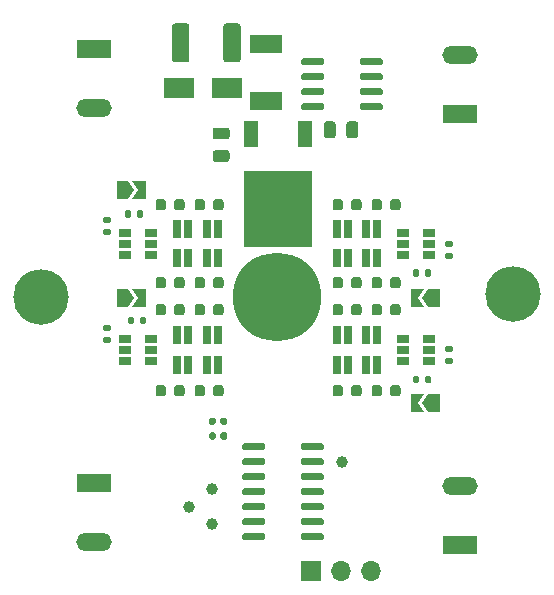
<source format=gts>
G04 #@! TF.GenerationSoftware,KiCad,Pcbnew,(5.1.9)-1*
G04 #@! TF.CreationDate,2021-06-03T13:52:16+02:00*
G04 #@! TF.ProjectId,seriallight,73657269-616c-46c6-9967-68742e6b6963,rev?*
G04 #@! TF.SameCoordinates,Original*
G04 #@! TF.FileFunction,Soldermask,Top*
G04 #@! TF.FilePolarity,Negative*
%FSLAX46Y46*%
G04 Gerber Fmt 4.6, Leading zero omitted, Abs format (unit mm)*
G04 Created by KiCad (PCBNEW (5.1.9)-1) date 2021-06-03 13:52:16*
%MOMM*%
%LPD*%
G01*
G04 APERTURE LIST*
%ADD10R,0.650000X1.600000*%
%ADD11C,7.500000*%
%ADD12R,3.000000X1.500000*%
%ADD13O,3.000000X1.500000*%
%ADD14R,1.700000X1.700000*%
%ADD15O,1.700000X1.700000*%
%ADD16C,4.700000*%
%ADD17R,1.060000X0.650000*%
%ADD18C,1.000000*%
%ADD19C,0.100000*%
%ADD20R,2.500000X1.800000*%
%ADD21R,2.700000X1.500000*%
%ADD22R,1.200000X2.200000*%
%ADD23R,5.800000X6.400000*%
G04 APERTURE END LIST*
D10*
X105975000Y-105750000D03*
X105025000Y-105750000D03*
G36*
G01*
X103960000Y-86327000D02*
X103960000Y-85377000D01*
G75*
G02*
X104210000Y-85127000I250000J0D01*
G01*
X104710000Y-85127000D01*
G75*
G02*
X104960000Y-85377000I0J-250000D01*
G01*
X104960000Y-86327000D01*
G75*
G02*
X104710000Y-86577000I-250000J0D01*
G01*
X104210000Y-86577000D01*
G75*
G02*
X103960000Y-86327000I0J250000D01*
G01*
G37*
G36*
G01*
X105860000Y-86327000D02*
X105860000Y-85377000D01*
G75*
G02*
X106110000Y-85127000I250000J0D01*
G01*
X106610000Y-85127000D01*
G75*
G02*
X106860000Y-85377000I0J-250000D01*
G01*
X106860000Y-86327000D01*
G75*
G02*
X106610000Y-86577000I-250000J0D01*
G01*
X106110000Y-86577000D01*
G75*
G02*
X105860000Y-86327000I0J250000D01*
G01*
G37*
G36*
G01*
X94775000Y-87572000D02*
X95725000Y-87572000D01*
G75*
G02*
X95975000Y-87822000I0J-250000D01*
G01*
X95975000Y-88322000D01*
G75*
G02*
X95725000Y-88572000I-250000J0D01*
G01*
X94775000Y-88572000D01*
G75*
G02*
X94525000Y-88322000I0J250000D01*
G01*
X94525000Y-87822000D01*
G75*
G02*
X94775000Y-87572000I250000J0D01*
G01*
G37*
G36*
G01*
X94775000Y-85672000D02*
X95725000Y-85672000D01*
G75*
G02*
X95975000Y-85922000I0J-250000D01*
G01*
X95975000Y-86422000D01*
G75*
G02*
X95725000Y-86672000I-250000J0D01*
G01*
X94775000Y-86672000D01*
G75*
G02*
X94525000Y-86422000I0J250000D01*
G01*
X94525000Y-85922000D01*
G75*
G02*
X94775000Y-85672000I250000J0D01*
G01*
G37*
G36*
G01*
X96900000Y-77100000D02*
X96900000Y-79900000D01*
G75*
G02*
X96650000Y-80150000I-250000J0D01*
G01*
X95675000Y-80150000D01*
G75*
G02*
X95425000Y-79900000I0J250000D01*
G01*
X95425000Y-77100000D01*
G75*
G02*
X95675000Y-76850000I250000J0D01*
G01*
X96650000Y-76850000D01*
G75*
G02*
X96900000Y-77100000I0J-250000D01*
G01*
G37*
G36*
G01*
X92575000Y-77100000D02*
X92575000Y-79900000D01*
G75*
G02*
X92325000Y-80150000I-250000J0D01*
G01*
X91350000Y-80150000D01*
G75*
G02*
X91100000Y-79900000I0J250000D01*
G01*
X91100000Y-77100000D01*
G75*
G02*
X91350000Y-76850000I250000J0D01*
G01*
X92325000Y-76850000D01*
G75*
G02*
X92575000Y-77100000I0J-250000D01*
G01*
G37*
D11*
X100000000Y-100000000D03*
D12*
X84500000Y-79000000D03*
D13*
X84500000Y-84000000D03*
D14*
X102870000Y-123190000D03*
D15*
X105410000Y-123190000D03*
X107950000Y-123190000D03*
D13*
X115500000Y-79500000D03*
D12*
X115500000Y-84500000D03*
G36*
G01*
X85783000Y-103904000D02*
X85413000Y-103904000D01*
G75*
G02*
X85278000Y-103769000I0J135000D01*
G01*
X85278000Y-103499000D01*
G75*
G02*
X85413000Y-103364000I135000J0D01*
G01*
X85783000Y-103364000D01*
G75*
G02*
X85918000Y-103499000I0J-135000D01*
G01*
X85918000Y-103769000D01*
G75*
G02*
X85783000Y-103904000I-135000J0D01*
G01*
G37*
G36*
G01*
X85783000Y-102884000D02*
X85413000Y-102884000D01*
G75*
G02*
X85278000Y-102749000I0J135000D01*
G01*
X85278000Y-102479000D01*
G75*
G02*
X85413000Y-102344000I135000J0D01*
G01*
X85783000Y-102344000D01*
G75*
G02*
X85918000Y-102479000I0J-135000D01*
G01*
X85918000Y-102749000D01*
G75*
G02*
X85783000Y-102884000I-135000J0D01*
G01*
G37*
G36*
G01*
X114739000Y-104662000D02*
X114369000Y-104662000D01*
G75*
G02*
X114234000Y-104527000I0J135000D01*
G01*
X114234000Y-104257000D01*
G75*
G02*
X114369000Y-104122000I135000J0D01*
G01*
X114739000Y-104122000D01*
G75*
G02*
X114874000Y-104257000I0J-135000D01*
G01*
X114874000Y-104527000D01*
G75*
G02*
X114739000Y-104662000I-135000J0D01*
G01*
G37*
G36*
G01*
X114739000Y-105682000D02*
X114369000Y-105682000D01*
G75*
G02*
X114234000Y-105547000I0J135000D01*
G01*
X114234000Y-105277000D01*
G75*
G02*
X114369000Y-105142000I135000J0D01*
G01*
X114739000Y-105142000D01*
G75*
G02*
X114874000Y-105277000I0J-135000D01*
G01*
X114874000Y-105547000D01*
G75*
G02*
X114739000Y-105682000I-135000J0D01*
G01*
G37*
G36*
G01*
X113048000Y-97815000D02*
X113048000Y-98185000D01*
G75*
G02*
X112913000Y-98320000I-135000J0D01*
G01*
X112643000Y-98320000D01*
G75*
G02*
X112508000Y-98185000I0J135000D01*
G01*
X112508000Y-97815000D01*
G75*
G02*
X112643000Y-97680000I135000J0D01*
G01*
X112913000Y-97680000D01*
G75*
G02*
X113048000Y-97815000I0J-135000D01*
G01*
G37*
G36*
G01*
X112028000Y-97815000D02*
X112028000Y-98185000D01*
G75*
G02*
X111893000Y-98320000I-135000J0D01*
G01*
X111623000Y-98320000D01*
G75*
G02*
X111488000Y-98185000I0J135000D01*
G01*
X111488000Y-97815000D01*
G75*
G02*
X111623000Y-97680000I135000J0D01*
G01*
X111893000Y-97680000D01*
G75*
G02*
X112028000Y-97815000I0J-135000D01*
G01*
G37*
G36*
G01*
X114739000Y-95772000D02*
X114369000Y-95772000D01*
G75*
G02*
X114234000Y-95637000I0J135000D01*
G01*
X114234000Y-95367000D01*
G75*
G02*
X114369000Y-95232000I135000J0D01*
G01*
X114739000Y-95232000D01*
G75*
G02*
X114874000Y-95367000I0J-135000D01*
G01*
X114874000Y-95637000D01*
G75*
G02*
X114739000Y-95772000I-135000J0D01*
G01*
G37*
G36*
G01*
X114739000Y-96792000D02*
X114369000Y-96792000D01*
G75*
G02*
X114234000Y-96657000I0J135000D01*
G01*
X114234000Y-96387000D01*
G75*
G02*
X114369000Y-96252000I135000J0D01*
G01*
X114739000Y-96252000D01*
G75*
G02*
X114874000Y-96387000I0J-135000D01*
G01*
X114874000Y-96657000D01*
G75*
G02*
X114739000Y-96792000I-135000J0D01*
G01*
G37*
G36*
G01*
X85783000Y-94760000D02*
X85413000Y-94760000D01*
G75*
G02*
X85278000Y-94625000I0J135000D01*
G01*
X85278000Y-94355000D01*
G75*
G02*
X85413000Y-94220000I135000J0D01*
G01*
X85783000Y-94220000D01*
G75*
G02*
X85918000Y-94355000I0J-135000D01*
G01*
X85918000Y-94625000D01*
G75*
G02*
X85783000Y-94760000I-135000J0D01*
G01*
G37*
G36*
G01*
X85783000Y-93740000D02*
X85413000Y-93740000D01*
G75*
G02*
X85278000Y-93605000I0J135000D01*
G01*
X85278000Y-93335000D01*
G75*
G02*
X85413000Y-93200000I135000J0D01*
G01*
X85783000Y-93200000D01*
G75*
G02*
X85918000Y-93335000I0J-135000D01*
G01*
X85918000Y-93605000D01*
G75*
G02*
X85783000Y-93740000I-135000J0D01*
G01*
G37*
G36*
G01*
X97050000Y-112840000D02*
X97050000Y-112540000D01*
G75*
G02*
X97200000Y-112390000I150000J0D01*
G01*
X98850000Y-112390000D01*
G75*
G02*
X99000000Y-112540000I0J-150000D01*
G01*
X99000000Y-112840000D01*
G75*
G02*
X98850000Y-112990000I-150000J0D01*
G01*
X97200000Y-112990000D01*
G75*
G02*
X97050000Y-112840000I0J150000D01*
G01*
G37*
G36*
G01*
X97050000Y-114110000D02*
X97050000Y-113810000D01*
G75*
G02*
X97200000Y-113660000I150000J0D01*
G01*
X98850000Y-113660000D01*
G75*
G02*
X99000000Y-113810000I0J-150000D01*
G01*
X99000000Y-114110000D01*
G75*
G02*
X98850000Y-114260000I-150000J0D01*
G01*
X97200000Y-114260000D01*
G75*
G02*
X97050000Y-114110000I0J150000D01*
G01*
G37*
G36*
G01*
X97050000Y-115380000D02*
X97050000Y-115080000D01*
G75*
G02*
X97200000Y-114930000I150000J0D01*
G01*
X98850000Y-114930000D01*
G75*
G02*
X99000000Y-115080000I0J-150000D01*
G01*
X99000000Y-115380000D01*
G75*
G02*
X98850000Y-115530000I-150000J0D01*
G01*
X97200000Y-115530000D01*
G75*
G02*
X97050000Y-115380000I0J150000D01*
G01*
G37*
G36*
G01*
X97050000Y-116650000D02*
X97050000Y-116350000D01*
G75*
G02*
X97200000Y-116200000I150000J0D01*
G01*
X98850000Y-116200000D01*
G75*
G02*
X99000000Y-116350000I0J-150000D01*
G01*
X99000000Y-116650000D01*
G75*
G02*
X98850000Y-116800000I-150000J0D01*
G01*
X97200000Y-116800000D01*
G75*
G02*
X97050000Y-116650000I0J150000D01*
G01*
G37*
G36*
G01*
X97050000Y-117920000D02*
X97050000Y-117620000D01*
G75*
G02*
X97200000Y-117470000I150000J0D01*
G01*
X98850000Y-117470000D01*
G75*
G02*
X99000000Y-117620000I0J-150000D01*
G01*
X99000000Y-117920000D01*
G75*
G02*
X98850000Y-118070000I-150000J0D01*
G01*
X97200000Y-118070000D01*
G75*
G02*
X97050000Y-117920000I0J150000D01*
G01*
G37*
G36*
G01*
X97050000Y-119190000D02*
X97050000Y-118890000D01*
G75*
G02*
X97200000Y-118740000I150000J0D01*
G01*
X98850000Y-118740000D01*
G75*
G02*
X99000000Y-118890000I0J-150000D01*
G01*
X99000000Y-119190000D01*
G75*
G02*
X98850000Y-119340000I-150000J0D01*
G01*
X97200000Y-119340000D01*
G75*
G02*
X97050000Y-119190000I0J150000D01*
G01*
G37*
G36*
G01*
X97050000Y-120460000D02*
X97050000Y-120160000D01*
G75*
G02*
X97200000Y-120010000I150000J0D01*
G01*
X98850000Y-120010000D01*
G75*
G02*
X99000000Y-120160000I0J-150000D01*
G01*
X99000000Y-120460000D01*
G75*
G02*
X98850000Y-120610000I-150000J0D01*
G01*
X97200000Y-120610000D01*
G75*
G02*
X97050000Y-120460000I0J150000D01*
G01*
G37*
G36*
G01*
X102000000Y-120460000D02*
X102000000Y-120160000D01*
G75*
G02*
X102150000Y-120010000I150000J0D01*
G01*
X103800000Y-120010000D01*
G75*
G02*
X103950000Y-120160000I0J-150000D01*
G01*
X103950000Y-120460000D01*
G75*
G02*
X103800000Y-120610000I-150000J0D01*
G01*
X102150000Y-120610000D01*
G75*
G02*
X102000000Y-120460000I0J150000D01*
G01*
G37*
G36*
G01*
X102000000Y-119190000D02*
X102000000Y-118890000D01*
G75*
G02*
X102150000Y-118740000I150000J0D01*
G01*
X103800000Y-118740000D01*
G75*
G02*
X103950000Y-118890000I0J-150000D01*
G01*
X103950000Y-119190000D01*
G75*
G02*
X103800000Y-119340000I-150000J0D01*
G01*
X102150000Y-119340000D01*
G75*
G02*
X102000000Y-119190000I0J150000D01*
G01*
G37*
G36*
G01*
X102000000Y-117920000D02*
X102000000Y-117620000D01*
G75*
G02*
X102150000Y-117470000I150000J0D01*
G01*
X103800000Y-117470000D01*
G75*
G02*
X103950000Y-117620000I0J-150000D01*
G01*
X103950000Y-117920000D01*
G75*
G02*
X103800000Y-118070000I-150000J0D01*
G01*
X102150000Y-118070000D01*
G75*
G02*
X102000000Y-117920000I0J150000D01*
G01*
G37*
G36*
G01*
X102000000Y-116650000D02*
X102000000Y-116350000D01*
G75*
G02*
X102150000Y-116200000I150000J0D01*
G01*
X103800000Y-116200000D01*
G75*
G02*
X103950000Y-116350000I0J-150000D01*
G01*
X103950000Y-116650000D01*
G75*
G02*
X103800000Y-116800000I-150000J0D01*
G01*
X102150000Y-116800000D01*
G75*
G02*
X102000000Y-116650000I0J150000D01*
G01*
G37*
G36*
G01*
X102000000Y-115380000D02*
X102000000Y-115080000D01*
G75*
G02*
X102150000Y-114930000I150000J0D01*
G01*
X103800000Y-114930000D01*
G75*
G02*
X103950000Y-115080000I0J-150000D01*
G01*
X103950000Y-115380000D01*
G75*
G02*
X103800000Y-115530000I-150000J0D01*
G01*
X102150000Y-115530000D01*
G75*
G02*
X102000000Y-115380000I0J150000D01*
G01*
G37*
G36*
G01*
X102000000Y-114110000D02*
X102000000Y-113810000D01*
G75*
G02*
X102150000Y-113660000I150000J0D01*
G01*
X103800000Y-113660000D01*
G75*
G02*
X103950000Y-113810000I0J-150000D01*
G01*
X103950000Y-114110000D01*
G75*
G02*
X103800000Y-114260000I-150000J0D01*
G01*
X102150000Y-114260000D01*
G75*
G02*
X102000000Y-114110000I0J150000D01*
G01*
G37*
G36*
G01*
X102000000Y-112840000D02*
X102000000Y-112540000D01*
G75*
G02*
X102150000Y-112390000I150000J0D01*
G01*
X103800000Y-112390000D01*
G75*
G02*
X103950000Y-112540000I0J-150000D01*
G01*
X103950000Y-112840000D01*
G75*
G02*
X103800000Y-112990000I-150000J0D01*
G01*
X102150000Y-112990000D01*
G75*
G02*
X102000000Y-112840000I0J150000D01*
G01*
G37*
G36*
G01*
X102050000Y-80245000D02*
X102050000Y-79945000D01*
G75*
G02*
X102200000Y-79795000I150000J0D01*
G01*
X103850000Y-79795000D01*
G75*
G02*
X104000000Y-79945000I0J-150000D01*
G01*
X104000000Y-80245000D01*
G75*
G02*
X103850000Y-80395000I-150000J0D01*
G01*
X102200000Y-80395000D01*
G75*
G02*
X102050000Y-80245000I0J150000D01*
G01*
G37*
G36*
G01*
X102050000Y-81515000D02*
X102050000Y-81215000D01*
G75*
G02*
X102200000Y-81065000I150000J0D01*
G01*
X103850000Y-81065000D01*
G75*
G02*
X104000000Y-81215000I0J-150000D01*
G01*
X104000000Y-81515000D01*
G75*
G02*
X103850000Y-81665000I-150000J0D01*
G01*
X102200000Y-81665000D01*
G75*
G02*
X102050000Y-81515000I0J150000D01*
G01*
G37*
G36*
G01*
X102050000Y-82785000D02*
X102050000Y-82485000D01*
G75*
G02*
X102200000Y-82335000I150000J0D01*
G01*
X103850000Y-82335000D01*
G75*
G02*
X104000000Y-82485000I0J-150000D01*
G01*
X104000000Y-82785000D01*
G75*
G02*
X103850000Y-82935000I-150000J0D01*
G01*
X102200000Y-82935000D01*
G75*
G02*
X102050000Y-82785000I0J150000D01*
G01*
G37*
G36*
G01*
X102050000Y-84055000D02*
X102050000Y-83755000D01*
G75*
G02*
X102200000Y-83605000I150000J0D01*
G01*
X103850000Y-83605000D01*
G75*
G02*
X104000000Y-83755000I0J-150000D01*
G01*
X104000000Y-84055000D01*
G75*
G02*
X103850000Y-84205000I-150000J0D01*
G01*
X102200000Y-84205000D01*
G75*
G02*
X102050000Y-84055000I0J150000D01*
G01*
G37*
G36*
G01*
X107000000Y-84055000D02*
X107000000Y-83755000D01*
G75*
G02*
X107150000Y-83605000I150000J0D01*
G01*
X108800000Y-83605000D01*
G75*
G02*
X108950000Y-83755000I0J-150000D01*
G01*
X108950000Y-84055000D01*
G75*
G02*
X108800000Y-84205000I-150000J0D01*
G01*
X107150000Y-84205000D01*
G75*
G02*
X107000000Y-84055000I0J150000D01*
G01*
G37*
G36*
G01*
X107000000Y-82785000D02*
X107000000Y-82485000D01*
G75*
G02*
X107150000Y-82335000I150000J0D01*
G01*
X108800000Y-82335000D01*
G75*
G02*
X108950000Y-82485000I0J-150000D01*
G01*
X108950000Y-82785000D01*
G75*
G02*
X108800000Y-82935000I-150000J0D01*
G01*
X107150000Y-82935000D01*
G75*
G02*
X107000000Y-82785000I0J150000D01*
G01*
G37*
G36*
G01*
X107000000Y-81515000D02*
X107000000Y-81215000D01*
G75*
G02*
X107150000Y-81065000I150000J0D01*
G01*
X108800000Y-81065000D01*
G75*
G02*
X108950000Y-81215000I0J-150000D01*
G01*
X108950000Y-81515000D01*
G75*
G02*
X108800000Y-81665000I-150000J0D01*
G01*
X107150000Y-81665000D01*
G75*
G02*
X107000000Y-81515000I0J150000D01*
G01*
G37*
G36*
G01*
X107000000Y-80245000D02*
X107000000Y-79945000D01*
G75*
G02*
X107150000Y-79795000I150000J0D01*
G01*
X108800000Y-79795000D01*
G75*
G02*
X108950000Y-79945000I0J-150000D01*
G01*
X108950000Y-80245000D01*
G75*
G02*
X108800000Y-80395000I-150000J0D01*
G01*
X107150000Y-80395000D01*
G75*
G02*
X107000000Y-80245000I0J150000D01*
G01*
G37*
D16*
X80000000Y-100000000D03*
X120000000Y-99750000D03*
D10*
X92475000Y-105750000D03*
X91525000Y-105750000D03*
X107525000Y-103250000D03*
X108475000Y-103250000D03*
X94025000Y-105750000D03*
X94975000Y-105750000D03*
X105975000Y-103250000D03*
X105025000Y-103250000D03*
X94025000Y-103250000D03*
X94975000Y-103250000D03*
X92475000Y-103250000D03*
X91525000Y-103250000D03*
X107525000Y-105750000D03*
X108475000Y-105750000D03*
X108475000Y-94250000D03*
X107525000Y-94250000D03*
X92475000Y-96750000D03*
X91525000Y-96750000D03*
X105025000Y-94250000D03*
X105975000Y-94250000D03*
X94975000Y-96750000D03*
X94025000Y-96750000D03*
X105025000Y-96750000D03*
X105975000Y-96750000D03*
X94975000Y-94250000D03*
X94025000Y-94250000D03*
X107525000Y-96750000D03*
X108475000Y-96750000D03*
X91525000Y-94250000D03*
X92475000Y-94250000D03*
G36*
G01*
X88378000Y-102185000D02*
X88378000Y-101815000D01*
G75*
G02*
X88513000Y-101680000I135000J0D01*
G01*
X88783000Y-101680000D01*
G75*
G02*
X88918000Y-101815000I0J-135000D01*
G01*
X88918000Y-102185000D01*
G75*
G02*
X88783000Y-102320000I-135000J0D01*
G01*
X88513000Y-102320000D01*
G75*
G02*
X88378000Y-102185000I0J135000D01*
G01*
G37*
G36*
G01*
X87358000Y-102185000D02*
X87358000Y-101815000D01*
G75*
G02*
X87493000Y-101680000I135000J0D01*
G01*
X87763000Y-101680000D01*
G75*
G02*
X87898000Y-101815000I0J-135000D01*
G01*
X87898000Y-102185000D01*
G75*
G02*
X87763000Y-102320000I-135000J0D01*
G01*
X87493000Y-102320000D01*
G75*
G02*
X87358000Y-102185000I0J135000D01*
G01*
G37*
G36*
G01*
X113048000Y-106815000D02*
X113048000Y-107185000D01*
G75*
G02*
X112913000Y-107320000I-135000J0D01*
G01*
X112643000Y-107320000D01*
G75*
G02*
X112508000Y-107185000I0J135000D01*
G01*
X112508000Y-106815000D01*
G75*
G02*
X112643000Y-106680000I135000J0D01*
G01*
X112913000Y-106680000D01*
G75*
G02*
X113048000Y-106815000I0J-135000D01*
G01*
G37*
G36*
G01*
X112028000Y-106815000D02*
X112028000Y-107185000D01*
G75*
G02*
X111893000Y-107320000I-135000J0D01*
G01*
X111623000Y-107320000D01*
G75*
G02*
X111488000Y-107185000I0J135000D01*
G01*
X111488000Y-106815000D01*
G75*
G02*
X111623000Y-106680000I135000J0D01*
G01*
X111893000Y-106680000D01*
G75*
G02*
X112028000Y-106815000I0J-135000D01*
G01*
G37*
G36*
G01*
X87106000Y-93149000D02*
X87106000Y-92779000D01*
G75*
G02*
X87241000Y-92644000I135000J0D01*
G01*
X87511000Y-92644000D01*
G75*
G02*
X87646000Y-92779000I0J-135000D01*
G01*
X87646000Y-93149000D01*
G75*
G02*
X87511000Y-93284000I-135000J0D01*
G01*
X87241000Y-93284000D01*
G75*
G02*
X87106000Y-93149000I0J135000D01*
G01*
G37*
G36*
G01*
X88126000Y-93149000D02*
X88126000Y-92779000D01*
G75*
G02*
X88261000Y-92644000I135000J0D01*
G01*
X88531000Y-92644000D01*
G75*
G02*
X88666000Y-92779000I0J-135000D01*
G01*
X88666000Y-93149000D01*
G75*
G02*
X88531000Y-93284000I-135000J0D01*
G01*
X88261000Y-93284000D01*
G75*
G02*
X88126000Y-93149000I0J135000D01*
G01*
G37*
D17*
X87150000Y-103550000D03*
X87150000Y-104500000D03*
X87150000Y-105450000D03*
X89350000Y-105450000D03*
X89350000Y-103550000D03*
X89350000Y-104500000D03*
X110650000Y-104500000D03*
X110650000Y-105450000D03*
X110650000Y-103550000D03*
X112850000Y-103550000D03*
X112850000Y-104500000D03*
X112850000Y-105450000D03*
X110650000Y-95500000D03*
X110650000Y-96450000D03*
X110650000Y-94550000D03*
X112850000Y-94550000D03*
X112850000Y-95500000D03*
X112850000Y-96450000D03*
X87150000Y-94550000D03*
X87150000Y-95500000D03*
X87150000Y-96450000D03*
X89350000Y-96450000D03*
X89350000Y-94550000D03*
X89350000Y-95500000D03*
D18*
X94500000Y-119250000D03*
X105500000Y-114000000D03*
X94500000Y-116250000D03*
X92500000Y-117750000D03*
G36*
G01*
X94800000Y-110354000D02*
X94800000Y-110694000D01*
G75*
G02*
X94660000Y-110834000I-140000J0D01*
G01*
X94380000Y-110834000D01*
G75*
G02*
X94240000Y-110694000I0J140000D01*
G01*
X94240000Y-110354000D01*
G75*
G02*
X94380000Y-110214000I140000J0D01*
G01*
X94660000Y-110214000D01*
G75*
G02*
X94800000Y-110354000I0J-140000D01*
G01*
G37*
G36*
G01*
X95760000Y-110354000D02*
X95760000Y-110694000D01*
G75*
G02*
X95620000Y-110834000I-140000J0D01*
G01*
X95340000Y-110834000D01*
G75*
G02*
X95200000Y-110694000I0J140000D01*
G01*
X95200000Y-110354000D01*
G75*
G02*
X95340000Y-110214000I140000J0D01*
G01*
X95620000Y-110214000D01*
G75*
G02*
X95760000Y-110354000I0J-140000D01*
G01*
G37*
G36*
G01*
X95760000Y-111604000D02*
X95760000Y-111944000D01*
G75*
G02*
X95620000Y-112084000I-140000J0D01*
G01*
X95340000Y-112084000D01*
G75*
G02*
X95200000Y-111944000I0J140000D01*
G01*
X95200000Y-111604000D01*
G75*
G02*
X95340000Y-111464000I140000J0D01*
G01*
X95620000Y-111464000D01*
G75*
G02*
X95760000Y-111604000I0J-140000D01*
G01*
G37*
G36*
G01*
X94800000Y-111604000D02*
X94800000Y-111944000D01*
G75*
G02*
X94660000Y-112084000I-140000J0D01*
G01*
X94380000Y-112084000D01*
G75*
G02*
X94240000Y-111944000I0J140000D01*
G01*
X94240000Y-111604000D01*
G75*
G02*
X94380000Y-111464000I140000J0D01*
G01*
X94660000Y-111464000D01*
G75*
G02*
X94800000Y-111604000I0J-140000D01*
G01*
G37*
D13*
X84500000Y-120750000D03*
D12*
X84500000Y-115750000D03*
X115500000Y-121000000D03*
D13*
X115500000Y-116000000D03*
G36*
G01*
X90582000Y-107693750D02*
X90582000Y-108206250D01*
G75*
G02*
X90363250Y-108425000I-218750J0D01*
G01*
X89925750Y-108425000D01*
G75*
G02*
X89707000Y-108206250I0J218750D01*
G01*
X89707000Y-107693750D01*
G75*
G02*
X89925750Y-107475000I218750J0D01*
G01*
X90363250Y-107475000D01*
G75*
G02*
X90582000Y-107693750I0J-218750D01*
G01*
G37*
G36*
G01*
X92157000Y-107693750D02*
X92157000Y-108206250D01*
G75*
G02*
X91938250Y-108425000I-218750J0D01*
G01*
X91500750Y-108425000D01*
G75*
G02*
X91282000Y-108206250I0J218750D01*
G01*
X91282000Y-107693750D01*
G75*
G02*
X91500750Y-107475000I218750J0D01*
G01*
X91938250Y-107475000D01*
G75*
G02*
X92157000Y-107693750I0J-218750D01*
G01*
G37*
G36*
G01*
X107995000Y-101348250D02*
X107995000Y-100835750D01*
G75*
G02*
X108213750Y-100617000I218750J0D01*
G01*
X108651250Y-100617000D01*
G75*
G02*
X108870000Y-100835750I0J-218750D01*
G01*
X108870000Y-101348250D01*
G75*
G02*
X108651250Y-101567000I-218750J0D01*
G01*
X108213750Y-101567000D01*
G75*
G02*
X107995000Y-101348250I0J218750D01*
G01*
G37*
G36*
G01*
X109570000Y-101348250D02*
X109570000Y-100835750D01*
G75*
G02*
X109788750Y-100617000I218750J0D01*
G01*
X110226250Y-100617000D01*
G75*
G02*
X110445000Y-100835750I0J-218750D01*
G01*
X110445000Y-101348250D01*
G75*
G02*
X110226250Y-101567000I-218750J0D01*
G01*
X109788750Y-101567000D01*
G75*
G02*
X109570000Y-101348250I0J218750D01*
G01*
G37*
G36*
G01*
X95459000Y-107693750D02*
X95459000Y-108206250D01*
G75*
G02*
X95240250Y-108425000I-218750J0D01*
G01*
X94802750Y-108425000D01*
G75*
G02*
X94584000Y-108206250I0J218750D01*
G01*
X94584000Y-107693750D01*
G75*
G02*
X94802750Y-107475000I218750J0D01*
G01*
X95240250Y-107475000D01*
G75*
G02*
X95459000Y-107693750I0J-218750D01*
G01*
G37*
G36*
G01*
X93884000Y-107693750D02*
X93884000Y-108206250D01*
G75*
G02*
X93665250Y-108425000I-218750J0D01*
G01*
X93227750Y-108425000D01*
G75*
G02*
X93009000Y-108206250I0J218750D01*
G01*
X93009000Y-107693750D01*
G75*
G02*
X93227750Y-107475000I218750J0D01*
G01*
X93665250Y-107475000D01*
G75*
G02*
X93884000Y-107693750I0J-218750D01*
G01*
G37*
G36*
G01*
X106268000Y-101348250D02*
X106268000Y-100835750D01*
G75*
G02*
X106486750Y-100617000I218750J0D01*
G01*
X106924250Y-100617000D01*
G75*
G02*
X107143000Y-100835750I0J-218750D01*
G01*
X107143000Y-101348250D01*
G75*
G02*
X106924250Y-101567000I-218750J0D01*
G01*
X106486750Y-101567000D01*
G75*
G02*
X106268000Y-101348250I0J218750D01*
G01*
G37*
G36*
G01*
X104693000Y-101348250D02*
X104693000Y-100835750D01*
G75*
G02*
X104911750Y-100617000I218750J0D01*
G01*
X105349250Y-100617000D01*
G75*
G02*
X105568000Y-100835750I0J-218750D01*
G01*
X105568000Y-101348250D01*
G75*
G02*
X105349250Y-101567000I-218750J0D01*
G01*
X104911750Y-101567000D01*
G75*
G02*
X104693000Y-101348250I0J218750D01*
G01*
G37*
G36*
G01*
X94584000Y-101348250D02*
X94584000Y-100835750D01*
G75*
G02*
X94802750Y-100617000I218750J0D01*
G01*
X95240250Y-100617000D01*
G75*
G02*
X95459000Y-100835750I0J-218750D01*
G01*
X95459000Y-101348250D01*
G75*
G02*
X95240250Y-101567000I-218750J0D01*
G01*
X94802750Y-101567000D01*
G75*
G02*
X94584000Y-101348250I0J218750D01*
G01*
G37*
G36*
G01*
X93009000Y-101348250D02*
X93009000Y-100835750D01*
G75*
G02*
X93227750Y-100617000I218750J0D01*
G01*
X93665250Y-100617000D01*
G75*
G02*
X93884000Y-100835750I0J-218750D01*
G01*
X93884000Y-101348250D01*
G75*
G02*
X93665250Y-101567000I-218750J0D01*
G01*
X93227750Y-101567000D01*
G75*
G02*
X93009000Y-101348250I0J218750D01*
G01*
G37*
G36*
G01*
X105568000Y-107693750D02*
X105568000Y-108206250D01*
G75*
G02*
X105349250Y-108425000I-218750J0D01*
G01*
X104911750Y-108425000D01*
G75*
G02*
X104693000Y-108206250I0J218750D01*
G01*
X104693000Y-107693750D01*
G75*
G02*
X104911750Y-107475000I218750J0D01*
G01*
X105349250Y-107475000D01*
G75*
G02*
X105568000Y-107693750I0J-218750D01*
G01*
G37*
G36*
G01*
X107143000Y-107693750D02*
X107143000Y-108206250D01*
G75*
G02*
X106924250Y-108425000I-218750J0D01*
G01*
X106486750Y-108425000D01*
G75*
G02*
X106268000Y-108206250I0J218750D01*
G01*
X106268000Y-107693750D01*
G75*
G02*
X106486750Y-107475000I218750J0D01*
G01*
X106924250Y-107475000D01*
G75*
G02*
X107143000Y-107693750I0J-218750D01*
G01*
G37*
G36*
G01*
X89707000Y-101348250D02*
X89707000Y-100835750D01*
G75*
G02*
X89925750Y-100617000I218750J0D01*
G01*
X90363250Y-100617000D01*
G75*
G02*
X90582000Y-100835750I0J-218750D01*
G01*
X90582000Y-101348250D01*
G75*
G02*
X90363250Y-101567000I-218750J0D01*
G01*
X89925750Y-101567000D01*
G75*
G02*
X89707000Y-101348250I0J218750D01*
G01*
G37*
G36*
G01*
X91282000Y-101348250D02*
X91282000Y-100835750D01*
G75*
G02*
X91500750Y-100617000I218750J0D01*
G01*
X91938250Y-100617000D01*
G75*
G02*
X92157000Y-100835750I0J-218750D01*
G01*
X92157000Y-101348250D01*
G75*
G02*
X91938250Y-101567000I-218750J0D01*
G01*
X91500750Y-101567000D01*
G75*
G02*
X91282000Y-101348250I0J218750D01*
G01*
G37*
G36*
G01*
X110445000Y-107693750D02*
X110445000Y-108206250D01*
G75*
G02*
X110226250Y-108425000I-218750J0D01*
G01*
X109788750Y-108425000D01*
G75*
G02*
X109570000Y-108206250I0J218750D01*
G01*
X109570000Y-107693750D01*
G75*
G02*
X109788750Y-107475000I218750J0D01*
G01*
X110226250Y-107475000D01*
G75*
G02*
X110445000Y-107693750I0J-218750D01*
G01*
G37*
G36*
G01*
X108870000Y-107693750D02*
X108870000Y-108206250D01*
G75*
G02*
X108651250Y-108425000I-218750J0D01*
G01*
X108213750Y-108425000D01*
G75*
G02*
X107995000Y-108206250I0J218750D01*
G01*
X107995000Y-107693750D01*
G75*
G02*
X108213750Y-107475000I218750J0D01*
G01*
X108651250Y-107475000D01*
G75*
G02*
X108870000Y-107693750I0J-218750D01*
G01*
G37*
G36*
G01*
X107995000Y-92458250D02*
X107995000Y-91945750D01*
G75*
G02*
X108213750Y-91727000I218750J0D01*
G01*
X108651250Y-91727000D01*
G75*
G02*
X108870000Y-91945750I0J-218750D01*
G01*
X108870000Y-92458250D01*
G75*
G02*
X108651250Y-92677000I-218750J0D01*
G01*
X108213750Y-92677000D01*
G75*
G02*
X107995000Y-92458250I0J218750D01*
G01*
G37*
G36*
G01*
X109570000Y-92458250D02*
X109570000Y-91945750D01*
G75*
G02*
X109788750Y-91727000I218750J0D01*
G01*
X110226250Y-91727000D01*
G75*
G02*
X110445000Y-91945750I0J-218750D01*
G01*
X110445000Y-92458250D01*
G75*
G02*
X110226250Y-92677000I-218750J0D01*
G01*
X109788750Y-92677000D01*
G75*
G02*
X109570000Y-92458250I0J218750D01*
G01*
G37*
G36*
G01*
X90582000Y-98549750D02*
X90582000Y-99062250D01*
G75*
G02*
X90363250Y-99281000I-218750J0D01*
G01*
X89925750Y-99281000D01*
G75*
G02*
X89707000Y-99062250I0J218750D01*
G01*
X89707000Y-98549750D01*
G75*
G02*
X89925750Y-98331000I218750J0D01*
G01*
X90363250Y-98331000D01*
G75*
G02*
X90582000Y-98549750I0J-218750D01*
G01*
G37*
G36*
G01*
X92157000Y-98549750D02*
X92157000Y-99062250D01*
G75*
G02*
X91938250Y-99281000I-218750J0D01*
G01*
X91500750Y-99281000D01*
G75*
G02*
X91282000Y-99062250I0J218750D01*
G01*
X91282000Y-98549750D01*
G75*
G02*
X91500750Y-98331000I218750J0D01*
G01*
X91938250Y-98331000D01*
G75*
G02*
X92157000Y-98549750I0J-218750D01*
G01*
G37*
G36*
G01*
X106268000Y-92458250D02*
X106268000Y-91945750D01*
G75*
G02*
X106486750Y-91727000I218750J0D01*
G01*
X106924250Y-91727000D01*
G75*
G02*
X107143000Y-91945750I0J-218750D01*
G01*
X107143000Y-92458250D01*
G75*
G02*
X106924250Y-92677000I-218750J0D01*
G01*
X106486750Y-92677000D01*
G75*
G02*
X106268000Y-92458250I0J218750D01*
G01*
G37*
G36*
G01*
X104693000Y-92458250D02*
X104693000Y-91945750D01*
G75*
G02*
X104911750Y-91727000I218750J0D01*
G01*
X105349250Y-91727000D01*
G75*
G02*
X105568000Y-91945750I0J-218750D01*
G01*
X105568000Y-92458250D01*
G75*
G02*
X105349250Y-92677000I-218750J0D01*
G01*
X104911750Y-92677000D01*
G75*
G02*
X104693000Y-92458250I0J218750D01*
G01*
G37*
G36*
G01*
X95459000Y-98549750D02*
X95459000Y-99062250D01*
G75*
G02*
X95240250Y-99281000I-218750J0D01*
G01*
X94802750Y-99281000D01*
G75*
G02*
X94584000Y-99062250I0J218750D01*
G01*
X94584000Y-98549750D01*
G75*
G02*
X94802750Y-98331000I218750J0D01*
G01*
X95240250Y-98331000D01*
G75*
G02*
X95459000Y-98549750I0J-218750D01*
G01*
G37*
G36*
G01*
X93884000Y-98549750D02*
X93884000Y-99062250D01*
G75*
G02*
X93665250Y-99281000I-218750J0D01*
G01*
X93227750Y-99281000D01*
G75*
G02*
X93009000Y-99062250I0J218750D01*
G01*
X93009000Y-98549750D01*
G75*
G02*
X93227750Y-98331000I218750J0D01*
G01*
X93665250Y-98331000D01*
G75*
G02*
X93884000Y-98549750I0J-218750D01*
G01*
G37*
G36*
G01*
X107143000Y-98549750D02*
X107143000Y-99062250D01*
G75*
G02*
X106924250Y-99281000I-218750J0D01*
G01*
X106486750Y-99281000D01*
G75*
G02*
X106268000Y-99062250I0J218750D01*
G01*
X106268000Y-98549750D01*
G75*
G02*
X106486750Y-98331000I218750J0D01*
G01*
X106924250Y-98331000D01*
G75*
G02*
X107143000Y-98549750I0J-218750D01*
G01*
G37*
G36*
G01*
X105568000Y-98549750D02*
X105568000Y-99062250D01*
G75*
G02*
X105349250Y-99281000I-218750J0D01*
G01*
X104911750Y-99281000D01*
G75*
G02*
X104693000Y-99062250I0J218750D01*
G01*
X104693000Y-98549750D01*
G75*
G02*
X104911750Y-98331000I218750J0D01*
G01*
X105349250Y-98331000D01*
G75*
G02*
X105568000Y-98549750I0J-218750D01*
G01*
G37*
G36*
G01*
X94584000Y-92458250D02*
X94584000Y-91945750D01*
G75*
G02*
X94802750Y-91727000I218750J0D01*
G01*
X95240250Y-91727000D01*
G75*
G02*
X95459000Y-91945750I0J-218750D01*
G01*
X95459000Y-92458250D01*
G75*
G02*
X95240250Y-92677000I-218750J0D01*
G01*
X94802750Y-92677000D01*
G75*
G02*
X94584000Y-92458250I0J218750D01*
G01*
G37*
G36*
G01*
X93009000Y-92458250D02*
X93009000Y-91945750D01*
G75*
G02*
X93227750Y-91727000I218750J0D01*
G01*
X93665250Y-91727000D01*
G75*
G02*
X93884000Y-91945750I0J-218750D01*
G01*
X93884000Y-92458250D01*
G75*
G02*
X93665250Y-92677000I-218750J0D01*
G01*
X93227750Y-92677000D01*
G75*
G02*
X93009000Y-92458250I0J218750D01*
G01*
G37*
G36*
G01*
X108870000Y-98549750D02*
X108870000Y-99062250D01*
G75*
G02*
X108651250Y-99281000I-218750J0D01*
G01*
X108213750Y-99281000D01*
G75*
G02*
X107995000Y-99062250I0J218750D01*
G01*
X107995000Y-98549750D01*
G75*
G02*
X108213750Y-98331000I218750J0D01*
G01*
X108651250Y-98331000D01*
G75*
G02*
X108870000Y-98549750I0J-218750D01*
G01*
G37*
G36*
G01*
X110445000Y-98549750D02*
X110445000Y-99062250D01*
G75*
G02*
X110226250Y-99281000I-218750J0D01*
G01*
X109788750Y-99281000D01*
G75*
G02*
X109570000Y-99062250I0J218750D01*
G01*
X109570000Y-98549750D01*
G75*
G02*
X109788750Y-98331000I218750J0D01*
G01*
X110226250Y-98331000D01*
G75*
G02*
X110445000Y-98549750I0J-218750D01*
G01*
G37*
G36*
G01*
X89707000Y-92458250D02*
X89707000Y-91945750D01*
G75*
G02*
X89925750Y-91727000I218750J0D01*
G01*
X90363250Y-91727000D01*
G75*
G02*
X90582000Y-91945750I0J-218750D01*
G01*
X90582000Y-92458250D01*
G75*
G02*
X90363250Y-92677000I-218750J0D01*
G01*
X89925750Y-92677000D01*
G75*
G02*
X89707000Y-92458250I0J218750D01*
G01*
G37*
G36*
G01*
X91282000Y-92458250D02*
X91282000Y-91945750D01*
G75*
G02*
X91500750Y-91727000I218750J0D01*
G01*
X91938250Y-91727000D01*
G75*
G02*
X92157000Y-91945750I0J-218750D01*
G01*
X92157000Y-92458250D01*
G75*
G02*
X91938250Y-92677000I-218750J0D01*
G01*
X91500750Y-92677000D01*
G75*
G02*
X91282000Y-92458250I0J218750D01*
G01*
G37*
D19*
G36*
X88855000Y-100826000D02*
G01*
X87705000Y-100826000D01*
X88205000Y-100076000D01*
X87705000Y-99326000D01*
X88855000Y-99326000D01*
X88855000Y-100826000D01*
G37*
G36*
X87905000Y-100076000D02*
G01*
X87405000Y-100826000D01*
X86405000Y-100826000D01*
X86405000Y-99326000D01*
X87405000Y-99326000D01*
X87905000Y-100076000D01*
G37*
G36*
X111297000Y-108216000D02*
G01*
X112447000Y-108216000D01*
X111947000Y-108966000D01*
X112447000Y-109716000D01*
X111297000Y-109716000D01*
X111297000Y-108216000D01*
G37*
G36*
X112247000Y-108966000D02*
G01*
X112747000Y-108216000D01*
X113747000Y-108216000D01*
X113747000Y-109716000D01*
X112747000Y-109716000D01*
X112247000Y-108966000D01*
G37*
G36*
X112247000Y-100076000D02*
G01*
X112747000Y-99326000D01*
X113747000Y-99326000D01*
X113747000Y-100826000D01*
X112747000Y-100826000D01*
X112247000Y-100076000D01*
G37*
G36*
X111297000Y-99326000D02*
G01*
X112447000Y-99326000D01*
X111947000Y-100076000D01*
X112447000Y-100826000D01*
X111297000Y-100826000D01*
X111297000Y-99326000D01*
G37*
G36*
X87905000Y-90932000D02*
G01*
X87405000Y-91682000D01*
X86405000Y-91682000D01*
X86405000Y-90182000D01*
X87405000Y-90182000D01*
X87905000Y-90932000D01*
G37*
G36*
X88855000Y-91682000D02*
G01*
X87705000Y-91682000D01*
X88205000Y-90932000D01*
X87705000Y-90182000D01*
X88855000Y-90182000D01*
X88855000Y-91682000D01*
G37*
D20*
X95726000Y-82296000D03*
X91726000Y-82296000D03*
D21*
X99060000Y-78626000D03*
X99060000Y-83426000D03*
D22*
X102356000Y-86224000D03*
X97796000Y-86224000D03*
D23*
X100076000Y-92524000D03*
M02*

</source>
